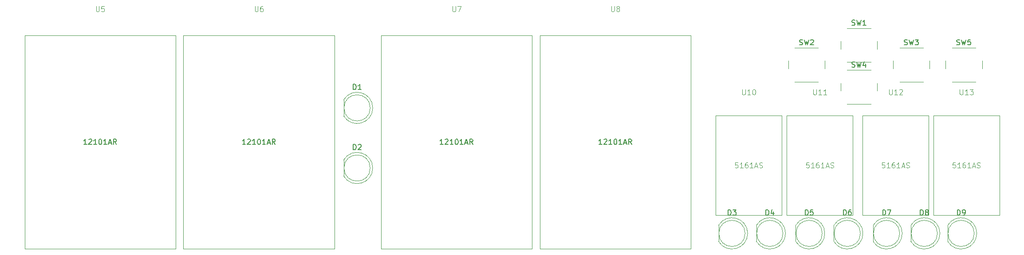
<source format=gbr>
%TF.GenerationSoftware,KiCad,Pcbnew,9.0.7*%
%TF.CreationDate,2026-01-05T14:29:03+01:00*%
%TF.ProjectId,display-Schematic,64697370-6c61-4792-9d53-6368656d6174,rev?*%
%TF.SameCoordinates,Original*%
%TF.FileFunction,Legend,Top*%
%TF.FilePolarity,Positive*%
%FSLAX46Y46*%
G04 Gerber Fmt 4.6, Leading zero omitted, Abs format (unit mm)*
G04 Created by KiCad (PCBNEW 9.0.7) date 2026-01-05 14:29:03*
%MOMM*%
%LPD*%
G01*
G04 APERTURE LIST*
%ADD10C,0.150000*%
%ADD11C,0.100000*%
%ADD12C,0.120000*%
G04 APERTURE END LIST*
D10*
X119991905Y-101994819D02*
X119991905Y-100994819D01*
X119991905Y-100994819D02*
X120230000Y-100994819D01*
X120230000Y-100994819D02*
X120372857Y-101042438D01*
X120372857Y-101042438D02*
X120468095Y-101137676D01*
X120468095Y-101137676D02*
X120515714Y-101232914D01*
X120515714Y-101232914D02*
X120563333Y-101423390D01*
X120563333Y-101423390D02*
X120563333Y-101566247D01*
X120563333Y-101566247D02*
X120515714Y-101756723D01*
X120515714Y-101756723D02*
X120468095Y-101851961D01*
X120468095Y-101851961D02*
X120372857Y-101947200D01*
X120372857Y-101947200D02*
X120230000Y-101994819D01*
X120230000Y-101994819D02*
X119991905Y-101994819D01*
X120944286Y-101090057D02*
X120991905Y-101042438D01*
X120991905Y-101042438D02*
X121087143Y-100994819D01*
X121087143Y-100994819D02*
X121325238Y-100994819D01*
X121325238Y-100994819D02*
X121420476Y-101042438D01*
X121420476Y-101042438D02*
X121468095Y-101090057D01*
X121468095Y-101090057D02*
X121515714Y-101185295D01*
X121515714Y-101185295D02*
X121515714Y-101280533D01*
X121515714Y-101280533D02*
X121468095Y-101423390D01*
X121468095Y-101423390D02*
X120896667Y-101994819D01*
X120896667Y-101994819D02*
X121515714Y-101994819D01*
D11*
X138938095Y-74582419D02*
X138938095Y-75391942D01*
X138938095Y-75391942D02*
X138985714Y-75487180D01*
X138985714Y-75487180D02*
X139033333Y-75534800D01*
X139033333Y-75534800D02*
X139128571Y-75582419D01*
X139128571Y-75582419D02*
X139319047Y-75582419D01*
X139319047Y-75582419D02*
X139414285Y-75534800D01*
X139414285Y-75534800D02*
X139461904Y-75487180D01*
X139461904Y-75487180D02*
X139509523Y-75391942D01*
X139509523Y-75391942D02*
X139509523Y-74582419D01*
X139890476Y-74582419D02*
X140557142Y-74582419D01*
X140557142Y-74582419D02*
X140128571Y-75582419D01*
D10*
X137152380Y-100979819D02*
X136580952Y-100979819D01*
X136866666Y-100979819D02*
X136866666Y-99979819D01*
X136866666Y-99979819D02*
X136771428Y-100122676D01*
X136771428Y-100122676D02*
X136676190Y-100217914D01*
X136676190Y-100217914D02*
X136580952Y-100265533D01*
X137533333Y-100075057D02*
X137580952Y-100027438D01*
X137580952Y-100027438D02*
X137676190Y-99979819D01*
X137676190Y-99979819D02*
X137914285Y-99979819D01*
X137914285Y-99979819D02*
X138009523Y-100027438D01*
X138009523Y-100027438D02*
X138057142Y-100075057D01*
X138057142Y-100075057D02*
X138104761Y-100170295D01*
X138104761Y-100170295D02*
X138104761Y-100265533D01*
X138104761Y-100265533D02*
X138057142Y-100408390D01*
X138057142Y-100408390D02*
X137485714Y-100979819D01*
X137485714Y-100979819D02*
X138104761Y-100979819D01*
X139057142Y-100979819D02*
X138485714Y-100979819D01*
X138771428Y-100979819D02*
X138771428Y-99979819D01*
X138771428Y-99979819D02*
X138676190Y-100122676D01*
X138676190Y-100122676D02*
X138580952Y-100217914D01*
X138580952Y-100217914D02*
X138485714Y-100265533D01*
X139676190Y-99979819D02*
X139771428Y-99979819D01*
X139771428Y-99979819D02*
X139866666Y-100027438D01*
X139866666Y-100027438D02*
X139914285Y-100075057D01*
X139914285Y-100075057D02*
X139961904Y-100170295D01*
X139961904Y-100170295D02*
X140009523Y-100360771D01*
X140009523Y-100360771D02*
X140009523Y-100598866D01*
X140009523Y-100598866D02*
X139961904Y-100789342D01*
X139961904Y-100789342D02*
X139914285Y-100884580D01*
X139914285Y-100884580D02*
X139866666Y-100932200D01*
X139866666Y-100932200D02*
X139771428Y-100979819D01*
X139771428Y-100979819D02*
X139676190Y-100979819D01*
X139676190Y-100979819D02*
X139580952Y-100932200D01*
X139580952Y-100932200D02*
X139533333Y-100884580D01*
X139533333Y-100884580D02*
X139485714Y-100789342D01*
X139485714Y-100789342D02*
X139438095Y-100598866D01*
X139438095Y-100598866D02*
X139438095Y-100360771D01*
X139438095Y-100360771D02*
X139485714Y-100170295D01*
X139485714Y-100170295D02*
X139533333Y-100075057D01*
X139533333Y-100075057D02*
X139580952Y-100027438D01*
X139580952Y-100027438D02*
X139676190Y-99979819D01*
X140961904Y-100979819D02*
X140390476Y-100979819D01*
X140676190Y-100979819D02*
X140676190Y-99979819D01*
X140676190Y-99979819D02*
X140580952Y-100122676D01*
X140580952Y-100122676D02*
X140485714Y-100217914D01*
X140485714Y-100217914D02*
X140390476Y-100265533D01*
X141342857Y-100694104D02*
X141819047Y-100694104D01*
X141247619Y-100979819D02*
X141580952Y-99979819D01*
X141580952Y-99979819D02*
X141914285Y-100979819D01*
X142819047Y-100979819D02*
X142485714Y-100503628D01*
X142247619Y-100979819D02*
X142247619Y-99979819D01*
X142247619Y-99979819D02*
X142628571Y-99979819D01*
X142628571Y-99979819D02*
X142723809Y-100027438D01*
X142723809Y-100027438D02*
X142771428Y-100075057D01*
X142771428Y-100075057D02*
X142819047Y-100170295D01*
X142819047Y-100170295D02*
X142819047Y-100313152D01*
X142819047Y-100313152D02*
X142771428Y-100408390D01*
X142771428Y-100408390D02*
X142723809Y-100456009D01*
X142723809Y-100456009D02*
X142628571Y-100503628D01*
X142628571Y-100503628D02*
X142247619Y-100503628D01*
X191531905Y-114494819D02*
X191531905Y-113494819D01*
X191531905Y-113494819D02*
X191770000Y-113494819D01*
X191770000Y-113494819D02*
X191912857Y-113542438D01*
X191912857Y-113542438D02*
X192008095Y-113637676D01*
X192008095Y-113637676D02*
X192055714Y-113732914D01*
X192055714Y-113732914D02*
X192103333Y-113923390D01*
X192103333Y-113923390D02*
X192103333Y-114066247D01*
X192103333Y-114066247D02*
X192055714Y-114256723D01*
X192055714Y-114256723D02*
X192008095Y-114351961D01*
X192008095Y-114351961D02*
X191912857Y-114447200D01*
X191912857Y-114447200D02*
X191770000Y-114494819D01*
X191770000Y-114494819D02*
X191531905Y-114494819D01*
X192436667Y-113494819D02*
X193055714Y-113494819D01*
X193055714Y-113494819D02*
X192722381Y-113875771D01*
X192722381Y-113875771D02*
X192865238Y-113875771D01*
X192865238Y-113875771D02*
X192960476Y-113923390D01*
X192960476Y-113923390D02*
X193008095Y-113971009D01*
X193008095Y-113971009D02*
X193055714Y-114066247D01*
X193055714Y-114066247D02*
X193055714Y-114304342D01*
X193055714Y-114304342D02*
X193008095Y-114399580D01*
X193008095Y-114399580D02*
X192960476Y-114447200D01*
X192960476Y-114447200D02*
X192865238Y-114494819D01*
X192865238Y-114494819D02*
X192579524Y-114494819D01*
X192579524Y-114494819D02*
X192484286Y-114447200D01*
X192484286Y-114447200D02*
X192436667Y-114399580D01*
D11*
X101228095Y-74582419D02*
X101228095Y-75391942D01*
X101228095Y-75391942D02*
X101275714Y-75487180D01*
X101275714Y-75487180D02*
X101323333Y-75534800D01*
X101323333Y-75534800D02*
X101418571Y-75582419D01*
X101418571Y-75582419D02*
X101609047Y-75582419D01*
X101609047Y-75582419D02*
X101704285Y-75534800D01*
X101704285Y-75534800D02*
X101751904Y-75487180D01*
X101751904Y-75487180D02*
X101799523Y-75391942D01*
X101799523Y-75391942D02*
X101799523Y-74582419D01*
X102704285Y-74582419D02*
X102513809Y-74582419D01*
X102513809Y-74582419D02*
X102418571Y-74630038D01*
X102418571Y-74630038D02*
X102370952Y-74677657D01*
X102370952Y-74677657D02*
X102275714Y-74820514D01*
X102275714Y-74820514D02*
X102228095Y-75010990D01*
X102228095Y-75010990D02*
X102228095Y-75391942D01*
X102228095Y-75391942D02*
X102275714Y-75487180D01*
X102275714Y-75487180D02*
X102323333Y-75534800D01*
X102323333Y-75534800D02*
X102418571Y-75582419D01*
X102418571Y-75582419D02*
X102609047Y-75582419D01*
X102609047Y-75582419D02*
X102704285Y-75534800D01*
X102704285Y-75534800D02*
X102751904Y-75487180D01*
X102751904Y-75487180D02*
X102799523Y-75391942D01*
X102799523Y-75391942D02*
X102799523Y-75153847D01*
X102799523Y-75153847D02*
X102751904Y-75058609D01*
X102751904Y-75058609D02*
X102704285Y-75010990D01*
X102704285Y-75010990D02*
X102609047Y-74963371D01*
X102609047Y-74963371D02*
X102418571Y-74963371D01*
X102418571Y-74963371D02*
X102323333Y-75010990D01*
X102323333Y-75010990D02*
X102275714Y-75058609D01*
X102275714Y-75058609D02*
X102228095Y-75153847D01*
D10*
X99442380Y-100979819D02*
X98870952Y-100979819D01*
X99156666Y-100979819D02*
X99156666Y-99979819D01*
X99156666Y-99979819D02*
X99061428Y-100122676D01*
X99061428Y-100122676D02*
X98966190Y-100217914D01*
X98966190Y-100217914D02*
X98870952Y-100265533D01*
X99823333Y-100075057D02*
X99870952Y-100027438D01*
X99870952Y-100027438D02*
X99966190Y-99979819D01*
X99966190Y-99979819D02*
X100204285Y-99979819D01*
X100204285Y-99979819D02*
X100299523Y-100027438D01*
X100299523Y-100027438D02*
X100347142Y-100075057D01*
X100347142Y-100075057D02*
X100394761Y-100170295D01*
X100394761Y-100170295D02*
X100394761Y-100265533D01*
X100394761Y-100265533D02*
X100347142Y-100408390D01*
X100347142Y-100408390D02*
X99775714Y-100979819D01*
X99775714Y-100979819D02*
X100394761Y-100979819D01*
X101347142Y-100979819D02*
X100775714Y-100979819D01*
X101061428Y-100979819D02*
X101061428Y-99979819D01*
X101061428Y-99979819D02*
X100966190Y-100122676D01*
X100966190Y-100122676D02*
X100870952Y-100217914D01*
X100870952Y-100217914D02*
X100775714Y-100265533D01*
X101966190Y-99979819D02*
X102061428Y-99979819D01*
X102061428Y-99979819D02*
X102156666Y-100027438D01*
X102156666Y-100027438D02*
X102204285Y-100075057D01*
X102204285Y-100075057D02*
X102251904Y-100170295D01*
X102251904Y-100170295D02*
X102299523Y-100360771D01*
X102299523Y-100360771D02*
X102299523Y-100598866D01*
X102299523Y-100598866D02*
X102251904Y-100789342D01*
X102251904Y-100789342D02*
X102204285Y-100884580D01*
X102204285Y-100884580D02*
X102156666Y-100932200D01*
X102156666Y-100932200D02*
X102061428Y-100979819D01*
X102061428Y-100979819D02*
X101966190Y-100979819D01*
X101966190Y-100979819D02*
X101870952Y-100932200D01*
X101870952Y-100932200D02*
X101823333Y-100884580D01*
X101823333Y-100884580D02*
X101775714Y-100789342D01*
X101775714Y-100789342D02*
X101728095Y-100598866D01*
X101728095Y-100598866D02*
X101728095Y-100360771D01*
X101728095Y-100360771D02*
X101775714Y-100170295D01*
X101775714Y-100170295D02*
X101823333Y-100075057D01*
X101823333Y-100075057D02*
X101870952Y-100027438D01*
X101870952Y-100027438D02*
X101966190Y-99979819D01*
X103251904Y-100979819D02*
X102680476Y-100979819D01*
X102966190Y-100979819D02*
X102966190Y-99979819D01*
X102966190Y-99979819D02*
X102870952Y-100122676D01*
X102870952Y-100122676D02*
X102775714Y-100217914D01*
X102775714Y-100217914D02*
X102680476Y-100265533D01*
X103632857Y-100694104D02*
X104109047Y-100694104D01*
X103537619Y-100979819D02*
X103870952Y-99979819D01*
X103870952Y-99979819D02*
X104204285Y-100979819D01*
X105109047Y-100979819D02*
X104775714Y-100503628D01*
X104537619Y-100979819D02*
X104537619Y-99979819D01*
X104537619Y-99979819D02*
X104918571Y-99979819D01*
X104918571Y-99979819D02*
X105013809Y-100027438D01*
X105013809Y-100027438D02*
X105061428Y-100075057D01*
X105061428Y-100075057D02*
X105109047Y-100170295D01*
X105109047Y-100170295D02*
X105109047Y-100313152D01*
X105109047Y-100313152D02*
X105061428Y-100408390D01*
X105061428Y-100408390D02*
X105013809Y-100456009D01*
X105013809Y-100456009D02*
X104918571Y-100503628D01*
X104918571Y-100503628D02*
X104537619Y-100503628D01*
X205166667Y-81907200D02*
X205309524Y-81954819D01*
X205309524Y-81954819D02*
X205547619Y-81954819D01*
X205547619Y-81954819D02*
X205642857Y-81907200D01*
X205642857Y-81907200D02*
X205690476Y-81859580D01*
X205690476Y-81859580D02*
X205738095Y-81764342D01*
X205738095Y-81764342D02*
X205738095Y-81669104D01*
X205738095Y-81669104D02*
X205690476Y-81573866D01*
X205690476Y-81573866D02*
X205642857Y-81526247D01*
X205642857Y-81526247D02*
X205547619Y-81478628D01*
X205547619Y-81478628D02*
X205357143Y-81431009D01*
X205357143Y-81431009D02*
X205261905Y-81383390D01*
X205261905Y-81383390D02*
X205214286Y-81335771D01*
X205214286Y-81335771D02*
X205166667Y-81240533D01*
X205166667Y-81240533D02*
X205166667Y-81145295D01*
X205166667Y-81145295D02*
X205214286Y-81050057D01*
X205214286Y-81050057D02*
X205261905Y-81002438D01*
X205261905Y-81002438D02*
X205357143Y-80954819D01*
X205357143Y-80954819D02*
X205595238Y-80954819D01*
X205595238Y-80954819D02*
X205738095Y-81002438D01*
X206071429Y-80954819D02*
X206309524Y-81954819D01*
X206309524Y-81954819D02*
X206500000Y-81240533D01*
X206500000Y-81240533D02*
X206690476Y-81954819D01*
X206690476Y-81954819D02*
X206928572Y-80954819D01*
X207261905Y-81050057D02*
X207309524Y-81002438D01*
X207309524Y-81002438D02*
X207404762Y-80954819D01*
X207404762Y-80954819D02*
X207642857Y-80954819D01*
X207642857Y-80954819D02*
X207738095Y-81002438D01*
X207738095Y-81002438D02*
X207785714Y-81050057D01*
X207785714Y-81050057D02*
X207833333Y-81145295D01*
X207833333Y-81145295D02*
X207833333Y-81240533D01*
X207833333Y-81240533D02*
X207785714Y-81383390D01*
X207785714Y-81383390D02*
X207214286Y-81954819D01*
X207214286Y-81954819D02*
X207833333Y-81954819D01*
X213531905Y-114494819D02*
X213531905Y-113494819D01*
X213531905Y-113494819D02*
X213770000Y-113494819D01*
X213770000Y-113494819D02*
X213912857Y-113542438D01*
X213912857Y-113542438D02*
X214008095Y-113637676D01*
X214008095Y-113637676D02*
X214055714Y-113732914D01*
X214055714Y-113732914D02*
X214103333Y-113923390D01*
X214103333Y-113923390D02*
X214103333Y-114066247D01*
X214103333Y-114066247D02*
X214055714Y-114256723D01*
X214055714Y-114256723D02*
X214008095Y-114351961D01*
X214008095Y-114351961D02*
X213912857Y-114447200D01*
X213912857Y-114447200D02*
X213770000Y-114494819D01*
X213770000Y-114494819D02*
X213531905Y-114494819D01*
X214960476Y-113494819D02*
X214770000Y-113494819D01*
X214770000Y-113494819D02*
X214674762Y-113542438D01*
X214674762Y-113542438D02*
X214627143Y-113590057D01*
X214627143Y-113590057D02*
X214531905Y-113732914D01*
X214531905Y-113732914D02*
X214484286Y-113923390D01*
X214484286Y-113923390D02*
X214484286Y-114304342D01*
X214484286Y-114304342D02*
X214531905Y-114399580D01*
X214531905Y-114399580D02*
X214579524Y-114447200D01*
X214579524Y-114447200D02*
X214674762Y-114494819D01*
X214674762Y-114494819D02*
X214865238Y-114494819D01*
X214865238Y-114494819D02*
X214960476Y-114447200D01*
X214960476Y-114447200D02*
X215008095Y-114399580D01*
X215008095Y-114399580D02*
X215055714Y-114304342D01*
X215055714Y-114304342D02*
X215055714Y-114066247D01*
X215055714Y-114066247D02*
X215008095Y-113971009D01*
X215008095Y-113971009D02*
X214960476Y-113923390D01*
X214960476Y-113923390D02*
X214865238Y-113875771D01*
X214865238Y-113875771D02*
X214674762Y-113875771D01*
X214674762Y-113875771D02*
X214579524Y-113923390D01*
X214579524Y-113923390D02*
X214531905Y-113971009D01*
X214531905Y-113971009D02*
X214484286Y-114066247D01*
D11*
X169238095Y-74582419D02*
X169238095Y-75391942D01*
X169238095Y-75391942D02*
X169285714Y-75487180D01*
X169285714Y-75487180D02*
X169333333Y-75534800D01*
X169333333Y-75534800D02*
X169428571Y-75582419D01*
X169428571Y-75582419D02*
X169619047Y-75582419D01*
X169619047Y-75582419D02*
X169714285Y-75534800D01*
X169714285Y-75534800D02*
X169761904Y-75487180D01*
X169761904Y-75487180D02*
X169809523Y-75391942D01*
X169809523Y-75391942D02*
X169809523Y-74582419D01*
X170428571Y-75010990D02*
X170333333Y-74963371D01*
X170333333Y-74963371D02*
X170285714Y-74915752D01*
X170285714Y-74915752D02*
X170238095Y-74820514D01*
X170238095Y-74820514D02*
X170238095Y-74772895D01*
X170238095Y-74772895D02*
X170285714Y-74677657D01*
X170285714Y-74677657D02*
X170333333Y-74630038D01*
X170333333Y-74630038D02*
X170428571Y-74582419D01*
X170428571Y-74582419D02*
X170619047Y-74582419D01*
X170619047Y-74582419D02*
X170714285Y-74630038D01*
X170714285Y-74630038D02*
X170761904Y-74677657D01*
X170761904Y-74677657D02*
X170809523Y-74772895D01*
X170809523Y-74772895D02*
X170809523Y-74820514D01*
X170809523Y-74820514D02*
X170761904Y-74915752D01*
X170761904Y-74915752D02*
X170714285Y-74963371D01*
X170714285Y-74963371D02*
X170619047Y-75010990D01*
X170619047Y-75010990D02*
X170428571Y-75010990D01*
X170428571Y-75010990D02*
X170333333Y-75058609D01*
X170333333Y-75058609D02*
X170285714Y-75106228D01*
X170285714Y-75106228D02*
X170238095Y-75201466D01*
X170238095Y-75201466D02*
X170238095Y-75391942D01*
X170238095Y-75391942D02*
X170285714Y-75487180D01*
X170285714Y-75487180D02*
X170333333Y-75534800D01*
X170333333Y-75534800D02*
X170428571Y-75582419D01*
X170428571Y-75582419D02*
X170619047Y-75582419D01*
X170619047Y-75582419D02*
X170714285Y-75534800D01*
X170714285Y-75534800D02*
X170761904Y-75487180D01*
X170761904Y-75487180D02*
X170809523Y-75391942D01*
X170809523Y-75391942D02*
X170809523Y-75201466D01*
X170809523Y-75201466D02*
X170761904Y-75106228D01*
X170761904Y-75106228D02*
X170714285Y-75058609D01*
X170714285Y-75058609D02*
X170619047Y-75010990D01*
D10*
X167452380Y-100979819D02*
X166880952Y-100979819D01*
X167166666Y-100979819D02*
X167166666Y-99979819D01*
X167166666Y-99979819D02*
X167071428Y-100122676D01*
X167071428Y-100122676D02*
X166976190Y-100217914D01*
X166976190Y-100217914D02*
X166880952Y-100265533D01*
X167833333Y-100075057D02*
X167880952Y-100027438D01*
X167880952Y-100027438D02*
X167976190Y-99979819D01*
X167976190Y-99979819D02*
X168214285Y-99979819D01*
X168214285Y-99979819D02*
X168309523Y-100027438D01*
X168309523Y-100027438D02*
X168357142Y-100075057D01*
X168357142Y-100075057D02*
X168404761Y-100170295D01*
X168404761Y-100170295D02*
X168404761Y-100265533D01*
X168404761Y-100265533D02*
X168357142Y-100408390D01*
X168357142Y-100408390D02*
X167785714Y-100979819D01*
X167785714Y-100979819D02*
X168404761Y-100979819D01*
X169357142Y-100979819D02*
X168785714Y-100979819D01*
X169071428Y-100979819D02*
X169071428Y-99979819D01*
X169071428Y-99979819D02*
X168976190Y-100122676D01*
X168976190Y-100122676D02*
X168880952Y-100217914D01*
X168880952Y-100217914D02*
X168785714Y-100265533D01*
X169976190Y-99979819D02*
X170071428Y-99979819D01*
X170071428Y-99979819D02*
X170166666Y-100027438D01*
X170166666Y-100027438D02*
X170214285Y-100075057D01*
X170214285Y-100075057D02*
X170261904Y-100170295D01*
X170261904Y-100170295D02*
X170309523Y-100360771D01*
X170309523Y-100360771D02*
X170309523Y-100598866D01*
X170309523Y-100598866D02*
X170261904Y-100789342D01*
X170261904Y-100789342D02*
X170214285Y-100884580D01*
X170214285Y-100884580D02*
X170166666Y-100932200D01*
X170166666Y-100932200D02*
X170071428Y-100979819D01*
X170071428Y-100979819D02*
X169976190Y-100979819D01*
X169976190Y-100979819D02*
X169880952Y-100932200D01*
X169880952Y-100932200D02*
X169833333Y-100884580D01*
X169833333Y-100884580D02*
X169785714Y-100789342D01*
X169785714Y-100789342D02*
X169738095Y-100598866D01*
X169738095Y-100598866D02*
X169738095Y-100360771D01*
X169738095Y-100360771D02*
X169785714Y-100170295D01*
X169785714Y-100170295D02*
X169833333Y-100075057D01*
X169833333Y-100075057D02*
X169880952Y-100027438D01*
X169880952Y-100027438D02*
X169976190Y-99979819D01*
X171261904Y-100979819D02*
X170690476Y-100979819D01*
X170976190Y-100979819D02*
X170976190Y-99979819D01*
X170976190Y-99979819D02*
X170880952Y-100122676D01*
X170880952Y-100122676D02*
X170785714Y-100217914D01*
X170785714Y-100217914D02*
X170690476Y-100265533D01*
X171642857Y-100694104D02*
X172119047Y-100694104D01*
X171547619Y-100979819D02*
X171880952Y-99979819D01*
X171880952Y-99979819D02*
X172214285Y-100979819D01*
X173119047Y-100979819D02*
X172785714Y-100503628D01*
X172547619Y-100979819D02*
X172547619Y-99979819D01*
X172547619Y-99979819D02*
X172928571Y-99979819D01*
X172928571Y-99979819D02*
X173023809Y-100027438D01*
X173023809Y-100027438D02*
X173071428Y-100075057D01*
X173071428Y-100075057D02*
X173119047Y-100170295D01*
X173119047Y-100170295D02*
X173119047Y-100313152D01*
X173119047Y-100313152D02*
X173071428Y-100408390D01*
X173071428Y-100408390D02*
X173023809Y-100456009D01*
X173023809Y-100456009D02*
X172928571Y-100503628D01*
X172928571Y-100503628D02*
X172547619Y-100503628D01*
X215166667Y-78157200D02*
X215309524Y-78204819D01*
X215309524Y-78204819D02*
X215547619Y-78204819D01*
X215547619Y-78204819D02*
X215642857Y-78157200D01*
X215642857Y-78157200D02*
X215690476Y-78109580D01*
X215690476Y-78109580D02*
X215738095Y-78014342D01*
X215738095Y-78014342D02*
X215738095Y-77919104D01*
X215738095Y-77919104D02*
X215690476Y-77823866D01*
X215690476Y-77823866D02*
X215642857Y-77776247D01*
X215642857Y-77776247D02*
X215547619Y-77728628D01*
X215547619Y-77728628D02*
X215357143Y-77681009D01*
X215357143Y-77681009D02*
X215261905Y-77633390D01*
X215261905Y-77633390D02*
X215214286Y-77585771D01*
X215214286Y-77585771D02*
X215166667Y-77490533D01*
X215166667Y-77490533D02*
X215166667Y-77395295D01*
X215166667Y-77395295D02*
X215214286Y-77300057D01*
X215214286Y-77300057D02*
X215261905Y-77252438D01*
X215261905Y-77252438D02*
X215357143Y-77204819D01*
X215357143Y-77204819D02*
X215595238Y-77204819D01*
X215595238Y-77204819D02*
X215738095Y-77252438D01*
X216071429Y-77204819D02*
X216309524Y-78204819D01*
X216309524Y-78204819D02*
X216500000Y-77490533D01*
X216500000Y-77490533D02*
X216690476Y-78204819D01*
X216690476Y-78204819D02*
X216928572Y-77204819D01*
X217833333Y-78204819D02*
X217261905Y-78204819D01*
X217547619Y-78204819D02*
X217547619Y-77204819D01*
X217547619Y-77204819D02*
X217452381Y-77347676D01*
X217452381Y-77347676D02*
X217357143Y-77442914D01*
X217357143Y-77442914D02*
X217261905Y-77490533D01*
D11*
X70928095Y-74582419D02*
X70928095Y-75391942D01*
X70928095Y-75391942D02*
X70975714Y-75487180D01*
X70975714Y-75487180D02*
X71023333Y-75534800D01*
X71023333Y-75534800D02*
X71118571Y-75582419D01*
X71118571Y-75582419D02*
X71309047Y-75582419D01*
X71309047Y-75582419D02*
X71404285Y-75534800D01*
X71404285Y-75534800D02*
X71451904Y-75487180D01*
X71451904Y-75487180D02*
X71499523Y-75391942D01*
X71499523Y-75391942D02*
X71499523Y-74582419D01*
X72451904Y-74582419D02*
X71975714Y-74582419D01*
X71975714Y-74582419D02*
X71928095Y-75058609D01*
X71928095Y-75058609D02*
X71975714Y-75010990D01*
X71975714Y-75010990D02*
X72070952Y-74963371D01*
X72070952Y-74963371D02*
X72309047Y-74963371D01*
X72309047Y-74963371D02*
X72404285Y-75010990D01*
X72404285Y-75010990D02*
X72451904Y-75058609D01*
X72451904Y-75058609D02*
X72499523Y-75153847D01*
X72499523Y-75153847D02*
X72499523Y-75391942D01*
X72499523Y-75391942D02*
X72451904Y-75487180D01*
X72451904Y-75487180D02*
X72404285Y-75534800D01*
X72404285Y-75534800D02*
X72309047Y-75582419D01*
X72309047Y-75582419D02*
X72070952Y-75582419D01*
X72070952Y-75582419D02*
X71975714Y-75534800D01*
X71975714Y-75534800D02*
X71928095Y-75487180D01*
D10*
X69142380Y-100979819D02*
X68570952Y-100979819D01*
X68856666Y-100979819D02*
X68856666Y-99979819D01*
X68856666Y-99979819D02*
X68761428Y-100122676D01*
X68761428Y-100122676D02*
X68666190Y-100217914D01*
X68666190Y-100217914D02*
X68570952Y-100265533D01*
X69523333Y-100075057D02*
X69570952Y-100027438D01*
X69570952Y-100027438D02*
X69666190Y-99979819D01*
X69666190Y-99979819D02*
X69904285Y-99979819D01*
X69904285Y-99979819D02*
X69999523Y-100027438D01*
X69999523Y-100027438D02*
X70047142Y-100075057D01*
X70047142Y-100075057D02*
X70094761Y-100170295D01*
X70094761Y-100170295D02*
X70094761Y-100265533D01*
X70094761Y-100265533D02*
X70047142Y-100408390D01*
X70047142Y-100408390D02*
X69475714Y-100979819D01*
X69475714Y-100979819D02*
X70094761Y-100979819D01*
X71047142Y-100979819D02*
X70475714Y-100979819D01*
X70761428Y-100979819D02*
X70761428Y-99979819D01*
X70761428Y-99979819D02*
X70666190Y-100122676D01*
X70666190Y-100122676D02*
X70570952Y-100217914D01*
X70570952Y-100217914D02*
X70475714Y-100265533D01*
X71666190Y-99979819D02*
X71761428Y-99979819D01*
X71761428Y-99979819D02*
X71856666Y-100027438D01*
X71856666Y-100027438D02*
X71904285Y-100075057D01*
X71904285Y-100075057D02*
X71951904Y-100170295D01*
X71951904Y-100170295D02*
X71999523Y-100360771D01*
X71999523Y-100360771D02*
X71999523Y-100598866D01*
X71999523Y-100598866D02*
X71951904Y-100789342D01*
X71951904Y-100789342D02*
X71904285Y-100884580D01*
X71904285Y-100884580D02*
X71856666Y-100932200D01*
X71856666Y-100932200D02*
X71761428Y-100979819D01*
X71761428Y-100979819D02*
X71666190Y-100979819D01*
X71666190Y-100979819D02*
X71570952Y-100932200D01*
X71570952Y-100932200D02*
X71523333Y-100884580D01*
X71523333Y-100884580D02*
X71475714Y-100789342D01*
X71475714Y-100789342D02*
X71428095Y-100598866D01*
X71428095Y-100598866D02*
X71428095Y-100360771D01*
X71428095Y-100360771D02*
X71475714Y-100170295D01*
X71475714Y-100170295D02*
X71523333Y-100075057D01*
X71523333Y-100075057D02*
X71570952Y-100027438D01*
X71570952Y-100027438D02*
X71666190Y-99979819D01*
X72951904Y-100979819D02*
X72380476Y-100979819D01*
X72666190Y-100979819D02*
X72666190Y-99979819D01*
X72666190Y-99979819D02*
X72570952Y-100122676D01*
X72570952Y-100122676D02*
X72475714Y-100217914D01*
X72475714Y-100217914D02*
X72380476Y-100265533D01*
X73332857Y-100694104D02*
X73809047Y-100694104D01*
X73237619Y-100979819D02*
X73570952Y-99979819D01*
X73570952Y-99979819D02*
X73904285Y-100979819D01*
X74809047Y-100979819D02*
X74475714Y-100503628D01*
X74237619Y-100979819D02*
X74237619Y-99979819D01*
X74237619Y-99979819D02*
X74618571Y-99979819D01*
X74618571Y-99979819D02*
X74713809Y-100027438D01*
X74713809Y-100027438D02*
X74761428Y-100075057D01*
X74761428Y-100075057D02*
X74809047Y-100170295D01*
X74809047Y-100170295D02*
X74809047Y-100313152D01*
X74809047Y-100313152D02*
X74761428Y-100408390D01*
X74761428Y-100408390D02*
X74713809Y-100456009D01*
X74713809Y-100456009D02*
X74618571Y-100503628D01*
X74618571Y-100503628D02*
X74237619Y-100503628D01*
X225166667Y-81907200D02*
X225309524Y-81954819D01*
X225309524Y-81954819D02*
X225547619Y-81954819D01*
X225547619Y-81954819D02*
X225642857Y-81907200D01*
X225642857Y-81907200D02*
X225690476Y-81859580D01*
X225690476Y-81859580D02*
X225738095Y-81764342D01*
X225738095Y-81764342D02*
X225738095Y-81669104D01*
X225738095Y-81669104D02*
X225690476Y-81573866D01*
X225690476Y-81573866D02*
X225642857Y-81526247D01*
X225642857Y-81526247D02*
X225547619Y-81478628D01*
X225547619Y-81478628D02*
X225357143Y-81431009D01*
X225357143Y-81431009D02*
X225261905Y-81383390D01*
X225261905Y-81383390D02*
X225214286Y-81335771D01*
X225214286Y-81335771D02*
X225166667Y-81240533D01*
X225166667Y-81240533D02*
X225166667Y-81145295D01*
X225166667Y-81145295D02*
X225214286Y-81050057D01*
X225214286Y-81050057D02*
X225261905Y-81002438D01*
X225261905Y-81002438D02*
X225357143Y-80954819D01*
X225357143Y-80954819D02*
X225595238Y-80954819D01*
X225595238Y-80954819D02*
X225738095Y-81002438D01*
X226071429Y-80954819D02*
X226309524Y-81954819D01*
X226309524Y-81954819D02*
X226500000Y-81240533D01*
X226500000Y-81240533D02*
X226690476Y-81954819D01*
X226690476Y-81954819D02*
X226928572Y-80954819D01*
X227214286Y-80954819D02*
X227833333Y-80954819D01*
X227833333Y-80954819D02*
X227500000Y-81335771D01*
X227500000Y-81335771D02*
X227642857Y-81335771D01*
X227642857Y-81335771D02*
X227738095Y-81383390D01*
X227738095Y-81383390D02*
X227785714Y-81431009D01*
X227785714Y-81431009D02*
X227833333Y-81526247D01*
X227833333Y-81526247D02*
X227833333Y-81764342D01*
X227833333Y-81764342D02*
X227785714Y-81859580D01*
X227785714Y-81859580D02*
X227738095Y-81907200D01*
X227738095Y-81907200D02*
X227642857Y-81954819D01*
X227642857Y-81954819D02*
X227357143Y-81954819D01*
X227357143Y-81954819D02*
X227261905Y-81907200D01*
X227261905Y-81907200D02*
X227214286Y-81859580D01*
X206256905Y-114494819D02*
X206256905Y-113494819D01*
X206256905Y-113494819D02*
X206495000Y-113494819D01*
X206495000Y-113494819D02*
X206637857Y-113542438D01*
X206637857Y-113542438D02*
X206733095Y-113637676D01*
X206733095Y-113637676D02*
X206780714Y-113732914D01*
X206780714Y-113732914D02*
X206828333Y-113923390D01*
X206828333Y-113923390D02*
X206828333Y-114066247D01*
X206828333Y-114066247D02*
X206780714Y-114256723D01*
X206780714Y-114256723D02*
X206733095Y-114351961D01*
X206733095Y-114351961D02*
X206637857Y-114447200D01*
X206637857Y-114447200D02*
X206495000Y-114494819D01*
X206495000Y-114494819D02*
X206256905Y-114494819D01*
X207733095Y-113494819D02*
X207256905Y-113494819D01*
X207256905Y-113494819D02*
X207209286Y-113971009D01*
X207209286Y-113971009D02*
X207256905Y-113923390D01*
X207256905Y-113923390D02*
X207352143Y-113875771D01*
X207352143Y-113875771D02*
X207590238Y-113875771D01*
X207590238Y-113875771D02*
X207685476Y-113923390D01*
X207685476Y-113923390D02*
X207733095Y-113971009D01*
X207733095Y-113971009D02*
X207780714Y-114066247D01*
X207780714Y-114066247D02*
X207780714Y-114304342D01*
X207780714Y-114304342D02*
X207733095Y-114399580D01*
X207733095Y-114399580D02*
X207685476Y-114447200D01*
X207685476Y-114447200D02*
X207590238Y-114494819D01*
X207590238Y-114494819D02*
X207352143Y-114494819D01*
X207352143Y-114494819D02*
X207256905Y-114447200D01*
X207256905Y-114447200D02*
X207209286Y-114399580D01*
D11*
X207801905Y-90457419D02*
X207801905Y-91266942D01*
X207801905Y-91266942D02*
X207849524Y-91362180D01*
X207849524Y-91362180D02*
X207897143Y-91409800D01*
X207897143Y-91409800D02*
X207992381Y-91457419D01*
X207992381Y-91457419D02*
X208182857Y-91457419D01*
X208182857Y-91457419D02*
X208278095Y-91409800D01*
X208278095Y-91409800D02*
X208325714Y-91362180D01*
X208325714Y-91362180D02*
X208373333Y-91266942D01*
X208373333Y-91266942D02*
X208373333Y-90457419D01*
X209373333Y-91457419D02*
X208801905Y-91457419D01*
X209087619Y-91457419D02*
X209087619Y-90457419D01*
X209087619Y-90457419D02*
X208992381Y-90600276D01*
X208992381Y-90600276D02*
X208897143Y-90695514D01*
X208897143Y-90695514D02*
X208801905Y-90743133D01*
X210325714Y-91457419D02*
X209754286Y-91457419D01*
X210040000Y-91457419D02*
X210040000Y-90457419D01*
X210040000Y-90457419D02*
X209944762Y-90600276D01*
X209944762Y-90600276D02*
X209849524Y-90695514D01*
X209849524Y-90695514D02*
X209754286Y-90743133D01*
X206944761Y-104457419D02*
X206468571Y-104457419D01*
X206468571Y-104457419D02*
X206420952Y-104933609D01*
X206420952Y-104933609D02*
X206468571Y-104885990D01*
X206468571Y-104885990D02*
X206563809Y-104838371D01*
X206563809Y-104838371D02*
X206801904Y-104838371D01*
X206801904Y-104838371D02*
X206897142Y-104885990D01*
X206897142Y-104885990D02*
X206944761Y-104933609D01*
X206944761Y-104933609D02*
X206992380Y-105028847D01*
X206992380Y-105028847D02*
X206992380Y-105266942D01*
X206992380Y-105266942D02*
X206944761Y-105362180D01*
X206944761Y-105362180D02*
X206897142Y-105409800D01*
X206897142Y-105409800D02*
X206801904Y-105457419D01*
X206801904Y-105457419D02*
X206563809Y-105457419D01*
X206563809Y-105457419D02*
X206468571Y-105409800D01*
X206468571Y-105409800D02*
X206420952Y-105362180D01*
X207944761Y-105457419D02*
X207373333Y-105457419D01*
X207659047Y-105457419D02*
X207659047Y-104457419D01*
X207659047Y-104457419D02*
X207563809Y-104600276D01*
X207563809Y-104600276D02*
X207468571Y-104695514D01*
X207468571Y-104695514D02*
X207373333Y-104743133D01*
X208801904Y-104457419D02*
X208611428Y-104457419D01*
X208611428Y-104457419D02*
X208516190Y-104505038D01*
X208516190Y-104505038D02*
X208468571Y-104552657D01*
X208468571Y-104552657D02*
X208373333Y-104695514D01*
X208373333Y-104695514D02*
X208325714Y-104885990D01*
X208325714Y-104885990D02*
X208325714Y-105266942D01*
X208325714Y-105266942D02*
X208373333Y-105362180D01*
X208373333Y-105362180D02*
X208420952Y-105409800D01*
X208420952Y-105409800D02*
X208516190Y-105457419D01*
X208516190Y-105457419D02*
X208706666Y-105457419D01*
X208706666Y-105457419D02*
X208801904Y-105409800D01*
X208801904Y-105409800D02*
X208849523Y-105362180D01*
X208849523Y-105362180D02*
X208897142Y-105266942D01*
X208897142Y-105266942D02*
X208897142Y-105028847D01*
X208897142Y-105028847D02*
X208849523Y-104933609D01*
X208849523Y-104933609D02*
X208801904Y-104885990D01*
X208801904Y-104885990D02*
X208706666Y-104838371D01*
X208706666Y-104838371D02*
X208516190Y-104838371D01*
X208516190Y-104838371D02*
X208420952Y-104885990D01*
X208420952Y-104885990D02*
X208373333Y-104933609D01*
X208373333Y-104933609D02*
X208325714Y-105028847D01*
X209849523Y-105457419D02*
X209278095Y-105457419D01*
X209563809Y-105457419D02*
X209563809Y-104457419D01*
X209563809Y-104457419D02*
X209468571Y-104600276D01*
X209468571Y-104600276D02*
X209373333Y-104695514D01*
X209373333Y-104695514D02*
X209278095Y-104743133D01*
X210230476Y-105171704D02*
X210706666Y-105171704D01*
X210135238Y-105457419D02*
X210468571Y-104457419D01*
X210468571Y-104457419D02*
X210801904Y-105457419D01*
X211087619Y-105409800D02*
X211230476Y-105457419D01*
X211230476Y-105457419D02*
X211468571Y-105457419D01*
X211468571Y-105457419D02*
X211563809Y-105409800D01*
X211563809Y-105409800D02*
X211611428Y-105362180D01*
X211611428Y-105362180D02*
X211659047Y-105266942D01*
X211659047Y-105266942D02*
X211659047Y-105171704D01*
X211659047Y-105171704D02*
X211611428Y-105076466D01*
X211611428Y-105076466D02*
X211563809Y-105028847D01*
X211563809Y-105028847D02*
X211468571Y-104981228D01*
X211468571Y-104981228D02*
X211278095Y-104933609D01*
X211278095Y-104933609D02*
X211182857Y-104885990D01*
X211182857Y-104885990D02*
X211135238Y-104838371D01*
X211135238Y-104838371D02*
X211087619Y-104743133D01*
X211087619Y-104743133D02*
X211087619Y-104647895D01*
X211087619Y-104647895D02*
X211135238Y-104552657D01*
X211135238Y-104552657D02*
X211182857Y-104505038D01*
X211182857Y-104505038D02*
X211278095Y-104457419D01*
X211278095Y-104457419D02*
X211516190Y-104457419D01*
X211516190Y-104457419D02*
X211659047Y-104505038D01*
D10*
X215166667Y-86157200D02*
X215309524Y-86204819D01*
X215309524Y-86204819D02*
X215547619Y-86204819D01*
X215547619Y-86204819D02*
X215642857Y-86157200D01*
X215642857Y-86157200D02*
X215690476Y-86109580D01*
X215690476Y-86109580D02*
X215738095Y-86014342D01*
X215738095Y-86014342D02*
X215738095Y-85919104D01*
X215738095Y-85919104D02*
X215690476Y-85823866D01*
X215690476Y-85823866D02*
X215642857Y-85776247D01*
X215642857Y-85776247D02*
X215547619Y-85728628D01*
X215547619Y-85728628D02*
X215357143Y-85681009D01*
X215357143Y-85681009D02*
X215261905Y-85633390D01*
X215261905Y-85633390D02*
X215214286Y-85585771D01*
X215214286Y-85585771D02*
X215166667Y-85490533D01*
X215166667Y-85490533D02*
X215166667Y-85395295D01*
X215166667Y-85395295D02*
X215214286Y-85300057D01*
X215214286Y-85300057D02*
X215261905Y-85252438D01*
X215261905Y-85252438D02*
X215357143Y-85204819D01*
X215357143Y-85204819D02*
X215595238Y-85204819D01*
X215595238Y-85204819D02*
X215738095Y-85252438D01*
X216071429Y-85204819D02*
X216309524Y-86204819D01*
X216309524Y-86204819D02*
X216500000Y-85490533D01*
X216500000Y-85490533D02*
X216690476Y-86204819D01*
X216690476Y-86204819D02*
X216928572Y-85204819D01*
X217738095Y-85538152D02*
X217738095Y-86204819D01*
X217500000Y-85157200D02*
X217261905Y-85871485D01*
X217261905Y-85871485D02*
X217880952Y-85871485D01*
D11*
X235761905Y-90457419D02*
X235761905Y-91266942D01*
X235761905Y-91266942D02*
X235809524Y-91362180D01*
X235809524Y-91362180D02*
X235857143Y-91409800D01*
X235857143Y-91409800D02*
X235952381Y-91457419D01*
X235952381Y-91457419D02*
X236142857Y-91457419D01*
X236142857Y-91457419D02*
X236238095Y-91409800D01*
X236238095Y-91409800D02*
X236285714Y-91362180D01*
X236285714Y-91362180D02*
X236333333Y-91266942D01*
X236333333Y-91266942D02*
X236333333Y-90457419D01*
X237333333Y-91457419D02*
X236761905Y-91457419D01*
X237047619Y-91457419D02*
X237047619Y-90457419D01*
X237047619Y-90457419D02*
X236952381Y-90600276D01*
X236952381Y-90600276D02*
X236857143Y-90695514D01*
X236857143Y-90695514D02*
X236761905Y-90743133D01*
X237666667Y-90457419D02*
X238285714Y-90457419D01*
X238285714Y-90457419D02*
X237952381Y-90838371D01*
X237952381Y-90838371D02*
X238095238Y-90838371D01*
X238095238Y-90838371D02*
X238190476Y-90885990D01*
X238190476Y-90885990D02*
X238238095Y-90933609D01*
X238238095Y-90933609D02*
X238285714Y-91028847D01*
X238285714Y-91028847D02*
X238285714Y-91266942D01*
X238285714Y-91266942D02*
X238238095Y-91362180D01*
X238238095Y-91362180D02*
X238190476Y-91409800D01*
X238190476Y-91409800D02*
X238095238Y-91457419D01*
X238095238Y-91457419D02*
X237809524Y-91457419D01*
X237809524Y-91457419D02*
X237714286Y-91409800D01*
X237714286Y-91409800D02*
X237666667Y-91362180D01*
X234904761Y-104457419D02*
X234428571Y-104457419D01*
X234428571Y-104457419D02*
X234380952Y-104933609D01*
X234380952Y-104933609D02*
X234428571Y-104885990D01*
X234428571Y-104885990D02*
X234523809Y-104838371D01*
X234523809Y-104838371D02*
X234761904Y-104838371D01*
X234761904Y-104838371D02*
X234857142Y-104885990D01*
X234857142Y-104885990D02*
X234904761Y-104933609D01*
X234904761Y-104933609D02*
X234952380Y-105028847D01*
X234952380Y-105028847D02*
X234952380Y-105266942D01*
X234952380Y-105266942D02*
X234904761Y-105362180D01*
X234904761Y-105362180D02*
X234857142Y-105409800D01*
X234857142Y-105409800D02*
X234761904Y-105457419D01*
X234761904Y-105457419D02*
X234523809Y-105457419D01*
X234523809Y-105457419D02*
X234428571Y-105409800D01*
X234428571Y-105409800D02*
X234380952Y-105362180D01*
X235904761Y-105457419D02*
X235333333Y-105457419D01*
X235619047Y-105457419D02*
X235619047Y-104457419D01*
X235619047Y-104457419D02*
X235523809Y-104600276D01*
X235523809Y-104600276D02*
X235428571Y-104695514D01*
X235428571Y-104695514D02*
X235333333Y-104743133D01*
X236761904Y-104457419D02*
X236571428Y-104457419D01*
X236571428Y-104457419D02*
X236476190Y-104505038D01*
X236476190Y-104505038D02*
X236428571Y-104552657D01*
X236428571Y-104552657D02*
X236333333Y-104695514D01*
X236333333Y-104695514D02*
X236285714Y-104885990D01*
X236285714Y-104885990D02*
X236285714Y-105266942D01*
X236285714Y-105266942D02*
X236333333Y-105362180D01*
X236333333Y-105362180D02*
X236380952Y-105409800D01*
X236380952Y-105409800D02*
X236476190Y-105457419D01*
X236476190Y-105457419D02*
X236666666Y-105457419D01*
X236666666Y-105457419D02*
X236761904Y-105409800D01*
X236761904Y-105409800D02*
X236809523Y-105362180D01*
X236809523Y-105362180D02*
X236857142Y-105266942D01*
X236857142Y-105266942D02*
X236857142Y-105028847D01*
X236857142Y-105028847D02*
X236809523Y-104933609D01*
X236809523Y-104933609D02*
X236761904Y-104885990D01*
X236761904Y-104885990D02*
X236666666Y-104838371D01*
X236666666Y-104838371D02*
X236476190Y-104838371D01*
X236476190Y-104838371D02*
X236380952Y-104885990D01*
X236380952Y-104885990D02*
X236333333Y-104933609D01*
X236333333Y-104933609D02*
X236285714Y-105028847D01*
X237809523Y-105457419D02*
X237238095Y-105457419D01*
X237523809Y-105457419D02*
X237523809Y-104457419D01*
X237523809Y-104457419D02*
X237428571Y-104600276D01*
X237428571Y-104600276D02*
X237333333Y-104695514D01*
X237333333Y-104695514D02*
X237238095Y-104743133D01*
X238190476Y-105171704D02*
X238666666Y-105171704D01*
X238095238Y-105457419D02*
X238428571Y-104457419D01*
X238428571Y-104457419D02*
X238761904Y-105457419D01*
X239047619Y-105409800D02*
X239190476Y-105457419D01*
X239190476Y-105457419D02*
X239428571Y-105457419D01*
X239428571Y-105457419D02*
X239523809Y-105409800D01*
X239523809Y-105409800D02*
X239571428Y-105362180D01*
X239571428Y-105362180D02*
X239619047Y-105266942D01*
X239619047Y-105266942D02*
X239619047Y-105171704D01*
X239619047Y-105171704D02*
X239571428Y-105076466D01*
X239571428Y-105076466D02*
X239523809Y-105028847D01*
X239523809Y-105028847D02*
X239428571Y-104981228D01*
X239428571Y-104981228D02*
X239238095Y-104933609D01*
X239238095Y-104933609D02*
X239142857Y-104885990D01*
X239142857Y-104885990D02*
X239095238Y-104838371D01*
X239095238Y-104838371D02*
X239047619Y-104743133D01*
X239047619Y-104743133D02*
X239047619Y-104647895D01*
X239047619Y-104647895D02*
X239095238Y-104552657D01*
X239095238Y-104552657D02*
X239142857Y-104505038D01*
X239142857Y-104505038D02*
X239238095Y-104457419D01*
X239238095Y-104457419D02*
X239476190Y-104457419D01*
X239476190Y-104457419D02*
X239619047Y-104505038D01*
D10*
X235166667Y-81907200D02*
X235309524Y-81954819D01*
X235309524Y-81954819D02*
X235547619Y-81954819D01*
X235547619Y-81954819D02*
X235642857Y-81907200D01*
X235642857Y-81907200D02*
X235690476Y-81859580D01*
X235690476Y-81859580D02*
X235738095Y-81764342D01*
X235738095Y-81764342D02*
X235738095Y-81669104D01*
X235738095Y-81669104D02*
X235690476Y-81573866D01*
X235690476Y-81573866D02*
X235642857Y-81526247D01*
X235642857Y-81526247D02*
X235547619Y-81478628D01*
X235547619Y-81478628D02*
X235357143Y-81431009D01*
X235357143Y-81431009D02*
X235261905Y-81383390D01*
X235261905Y-81383390D02*
X235214286Y-81335771D01*
X235214286Y-81335771D02*
X235166667Y-81240533D01*
X235166667Y-81240533D02*
X235166667Y-81145295D01*
X235166667Y-81145295D02*
X235214286Y-81050057D01*
X235214286Y-81050057D02*
X235261905Y-81002438D01*
X235261905Y-81002438D02*
X235357143Y-80954819D01*
X235357143Y-80954819D02*
X235595238Y-80954819D01*
X235595238Y-80954819D02*
X235738095Y-81002438D01*
X236071429Y-80954819D02*
X236309524Y-81954819D01*
X236309524Y-81954819D02*
X236500000Y-81240533D01*
X236500000Y-81240533D02*
X236690476Y-81954819D01*
X236690476Y-81954819D02*
X236928572Y-80954819D01*
X237785714Y-80954819D02*
X237309524Y-80954819D01*
X237309524Y-80954819D02*
X237261905Y-81431009D01*
X237261905Y-81431009D02*
X237309524Y-81383390D01*
X237309524Y-81383390D02*
X237404762Y-81335771D01*
X237404762Y-81335771D02*
X237642857Y-81335771D01*
X237642857Y-81335771D02*
X237738095Y-81383390D01*
X237738095Y-81383390D02*
X237785714Y-81431009D01*
X237785714Y-81431009D02*
X237833333Y-81526247D01*
X237833333Y-81526247D02*
X237833333Y-81764342D01*
X237833333Y-81764342D02*
X237785714Y-81859580D01*
X237785714Y-81859580D02*
X237738095Y-81907200D01*
X237738095Y-81907200D02*
X237642857Y-81954819D01*
X237642857Y-81954819D02*
X237404762Y-81954819D01*
X237404762Y-81954819D02*
X237309524Y-81907200D01*
X237309524Y-81907200D02*
X237261905Y-81859580D01*
X198756905Y-114494819D02*
X198756905Y-113494819D01*
X198756905Y-113494819D02*
X198995000Y-113494819D01*
X198995000Y-113494819D02*
X199137857Y-113542438D01*
X199137857Y-113542438D02*
X199233095Y-113637676D01*
X199233095Y-113637676D02*
X199280714Y-113732914D01*
X199280714Y-113732914D02*
X199328333Y-113923390D01*
X199328333Y-113923390D02*
X199328333Y-114066247D01*
X199328333Y-114066247D02*
X199280714Y-114256723D01*
X199280714Y-114256723D02*
X199233095Y-114351961D01*
X199233095Y-114351961D02*
X199137857Y-114447200D01*
X199137857Y-114447200D02*
X198995000Y-114494819D01*
X198995000Y-114494819D02*
X198756905Y-114494819D01*
X200185476Y-113828152D02*
X200185476Y-114494819D01*
X199947381Y-113447200D02*
X199709286Y-114161485D01*
X199709286Y-114161485D02*
X200328333Y-114161485D01*
D11*
X222261905Y-90457419D02*
X222261905Y-91266942D01*
X222261905Y-91266942D02*
X222309524Y-91362180D01*
X222309524Y-91362180D02*
X222357143Y-91409800D01*
X222357143Y-91409800D02*
X222452381Y-91457419D01*
X222452381Y-91457419D02*
X222642857Y-91457419D01*
X222642857Y-91457419D02*
X222738095Y-91409800D01*
X222738095Y-91409800D02*
X222785714Y-91362180D01*
X222785714Y-91362180D02*
X222833333Y-91266942D01*
X222833333Y-91266942D02*
X222833333Y-90457419D01*
X223833333Y-91457419D02*
X223261905Y-91457419D01*
X223547619Y-91457419D02*
X223547619Y-90457419D01*
X223547619Y-90457419D02*
X223452381Y-90600276D01*
X223452381Y-90600276D02*
X223357143Y-90695514D01*
X223357143Y-90695514D02*
X223261905Y-90743133D01*
X224214286Y-90552657D02*
X224261905Y-90505038D01*
X224261905Y-90505038D02*
X224357143Y-90457419D01*
X224357143Y-90457419D02*
X224595238Y-90457419D01*
X224595238Y-90457419D02*
X224690476Y-90505038D01*
X224690476Y-90505038D02*
X224738095Y-90552657D01*
X224738095Y-90552657D02*
X224785714Y-90647895D01*
X224785714Y-90647895D02*
X224785714Y-90743133D01*
X224785714Y-90743133D02*
X224738095Y-90885990D01*
X224738095Y-90885990D02*
X224166667Y-91457419D01*
X224166667Y-91457419D02*
X224785714Y-91457419D01*
X221404761Y-104457419D02*
X220928571Y-104457419D01*
X220928571Y-104457419D02*
X220880952Y-104933609D01*
X220880952Y-104933609D02*
X220928571Y-104885990D01*
X220928571Y-104885990D02*
X221023809Y-104838371D01*
X221023809Y-104838371D02*
X221261904Y-104838371D01*
X221261904Y-104838371D02*
X221357142Y-104885990D01*
X221357142Y-104885990D02*
X221404761Y-104933609D01*
X221404761Y-104933609D02*
X221452380Y-105028847D01*
X221452380Y-105028847D02*
X221452380Y-105266942D01*
X221452380Y-105266942D02*
X221404761Y-105362180D01*
X221404761Y-105362180D02*
X221357142Y-105409800D01*
X221357142Y-105409800D02*
X221261904Y-105457419D01*
X221261904Y-105457419D02*
X221023809Y-105457419D01*
X221023809Y-105457419D02*
X220928571Y-105409800D01*
X220928571Y-105409800D02*
X220880952Y-105362180D01*
X222404761Y-105457419D02*
X221833333Y-105457419D01*
X222119047Y-105457419D02*
X222119047Y-104457419D01*
X222119047Y-104457419D02*
X222023809Y-104600276D01*
X222023809Y-104600276D02*
X221928571Y-104695514D01*
X221928571Y-104695514D02*
X221833333Y-104743133D01*
X223261904Y-104457419D02*
X223071428Y-104457419D01*
X223071428Y-104457419D02*
X222976190Y-104505038D01*
X222976190Y-104505038D02*
X222928571Y-104552657D01*
X222928571Y-104552657D02*
X222833333Y-104695514D01*
X222833333Y-104695514D02*
X222785714Y-104885990D01*
X222785714Y-104885990D02*
X222785714Y-105266942D01*
X222785714Y-105266942D02*
X222833333Y-105362180D01*
X222833333Y-105362180D02*
X222880952Y-105409800D01*
X222880952Y-105409800D02*
X222976190Y-105457419D01*
X222976190Y-105457419D02*
X223166666Y-105457419D01*
X223166666Y-105457419D02*
X223261904Y-105409800D01*
X223261904Y-105409800D02*
X223309523Y-105362180D01*
X223309523Y-105362180D02*
X223357142Y-105266942D01*
X223357142Y-105266942D02*
X223357142Y-105028847D01*
X223357142Y-105028847D02*
X223309523Y-104933609D01*
X223309523Y-104933609D02*
X223261904Y-104885990D01*
X223261904Y-104885990D02*
X223166666Y-104838371D01*
X223166666Y-104838371D02*
X222976190Y-104838371D01*
X222976190Y-104838371D02*
X222880952Y-104885990D01*
X222880952Y-104885990D02*
X222833333Y-104933609D01*
X222833333Y-104933609D02*
X222785714Y-105028847D01*
X224309523Y-105457419D02*
X223738095Y-105457419D01*
X224023809Y-105457419D02*
X224023809Y-104457419D01*
X224023809Y-104457419D02*
X223928571Y-104600276D01*
X223928571Y-104600276D02*
X223833333Y-104695514D01*
X223833333Y-104695514D02*
X223738095Y-104743133D01*
X224690476Y-105171704D02*
X225166666Y-105171704D01*
X224595238Y-105457419D02*
X224928571Y-104457419D01*
X224928571Y-104457419D02*
X225261904Y-105457419D01*
X225547619Y-105409800D02*
X225690476Y-105457419D01*
X225690476Y-105457419D02*
X225928571Y-105457419D01*
X225928571Y-105457419D02*
X226023809Y-105409800D01*
X226023809Y-105409800D02*
X226071428Y-105362180D01*
X226071428Y-105362180D02*
X226119047Y-105266942D01*
X226119047Y-105266942D02*
X226119047Y-105171704D01*
X226119047Y-105171704D02*
X226071428Y-105076466D01*
X226071428Y-105076466D02*
X226023809Y-105028847D01*
X226023809Y-105028847D02*
X225928571Y-104981228D01*
X225928571Y-104981228D02*
X225738095Y-104933609D01*
X225738095Y-104933609D02*
X225642857Y-104885990D01*
X225642857Y-104885990D02*
X225595238Y-104838371D01*
X225595238Y-104838371D02*
X225547619Y-104743133D01*
X225547619Y-104743133D02*
X225547619Y-104647895D01*
X225547619Y-104647895D02*
X225595238Y-104552657D01*
X225595238Y-104552657D02*
X225642857Y-104505038D01*
X225642857Y-104505038D02*
X225738095Y-104457419D01*
X225738095Y-104457419D02*
X225976190Y-104457419D01*
X225976190Y-104457419D02*
X226119047Y-104505038D01*
D10*
X228226905Y-114494819D02*
X228226905Y-113494819D01*
X228226905Y-113494819D02*
X228465000Y-113494819D01*
X228465000Y-113494819D02*
X228607857Y-113542438D01*
X228607857Y-113542438D02*
X228703095Y-113637676D01*
X228703095Y-113637676D02*
X228750714Y-113732914D01*
X228750714Y-113732914D02*
X228798333Y-113923390D01*
X228798333Y-113923390D02*
X228798333Y-114066247D01*
X228798333Y-114066247D02*
X228750714Y-114256723D01*
X228750714Y-114256723D02*
X228703095Y-114351961D01*
X228703095Y-114351961D02*
X228607857Y-114447200D01*
X228607857Y-114447200D02*
X228465000Y-114494819D01*
X228465000Y-114494819D02*
X228226905Y-114494819D01*
X229369762Y-113923390D02*
X229274524Y-113875771D01*
X229274524Y-113875771D02*
X229226905Y-113828152D01*
X229226905Y-113828152D02*
X229179286Y-113732914D01*
X229179286Y-113732914D02*
X229179286Y-113685295D01*
X229179286Y-113685295D02*
X229226905Y-113590057D01*
X229226905Y-113590057D02*
X229274524Y-113542438D01*
X229274524Y-113542438D02*
X229369762Y-113494819D01*
X229369762Y-113494819D02*
X229560238Y-113494819D01*
X229560238Y-113494819D02*
X229655476Y-113542438D01*
X229655476Y-113542438D02*
X229703095Y-113590057D01*
X229703095Y-113590057D02*
X229750714Y-113685295D01*
X229750714Y-113685295D02*
X229750714Y-113732914D01*
X229750714Y-113732914D02*
X229703095Y-113828152D01*
X229703095Y-113828152D02*
X229655476Y-113875771D01*
X229655476Y-113875771D02*
X229560238Y-113923390D01*
X229560238Y-113923390D02*
X229369762Y-113923390D01*
X229369762Y-113923390D02*
X229274524Y-113971009D01*
X229274524Y-113971009D02*
X229226905Y-114018628D01*
X229226905Y-114018628D02*
X229179286Y-114113866D01*
X229179286Y-114113866D02*
X229179286Y-114304342D01*
X229179286Y-114304342D02*
X229226905Y-114399580D01*
X229226905Y-114399580D02*
X229274524Y-114447200D01*
X229274524Y-114447200D02*
X229369762Y-114494819D01*
X229369762Y-114494819D02*
X229560238Y-114494819D01*
X229560238Y-114494819D02*
X229655476Y-114447200D01*
X229655476Y-114447200D02*
X229703095Y-114399580D01*
X229703095Y-114399580D02*
X229750714Y-114304342D01*
X229750714Y-114304342D02*
X229750714Y-114113866D01*
X229750714Y-114113866D02*
X229703095Y-114018628D01*
X229703095Y-114018628D02*
X229655476Y-113971009D01*
X229655476Y-113971009D02*
X229560238Y-113923390D01*
X235256905Y-114494819D02*
X235256905Y-113494819D01*
X235256905Y-113494819D02*
X235495000Y-113494819D01*
X235495000Y-113494819D02*
X235637857Y-113542438D01*
X235637857Y-113542438D02*
X235733095Y-113637676D01*
X235733095Y-113637676D02*
X235780714Y-113732914D01*
X235780714Y-113732914D02*
X235828333Y-113923390D01*
X235828333Y-113923390D02*
X235828333Y-114066247D01*
X235828333Y-114066247D02*
X235780714Y-114256723D01*
X235780714Y-114256723D02*
X235733095Y-114351961D01*
X235733095Y-114351961D02*
X235637857Y-114447200D01*
X235637857Y-114447200D02*
X235495000Y-114494819D01*
X235495000Y-114494819D02*
X235256905Y-114494819D01*
X236304524Y-114494819D02*
X236495000Y-114494819D01*
X236495000Y-114494819D02*
X236590238Y-114447200D01*
X236590238Y-114447200D02*
X236637857Y-114399580D01*
X236637857Y-114399580D02*
X236733095Y-114256723D01*
X236733095Y-114256723D02*
X236780714Y-114066247D01*
X236780714Y-114066247D02*
X236780714Y-113685295D01*
X236780714Y-113685295D02*
X236733095Y-113590057D01*
X236733095Y-113590057D02*
X236685476Y-113542438D01*
X236685476Y-113542438D02*
X236590238Y-113494819D01*
X236590238Y-113494819D02*
X236399762Y-113494819D01*
X236399762Y-113494819D02*
X236304524Y-113542438D01*
X236304524Y-113542438D02*
X236256905Y-113590057D01*
X236256905Y-113590057D02*
X236209286Y-113685295D01*
X236209286Y-113685295D02*
X236209286Y-113923390D01*
X236209286Y-113923390D02*
X236256905Y-114018628D01*
X236256905Y-114018628D02*
X236304524Y-114066247D01*
X236304524Y-114066247D02*
X236399762Y-114113866D01*
X236399762Y-114113866D02*
X236590238Y-114113866D01*
X236590238Y-114113866D02*
X236685476Y-114066247D01*
X236685476Y-114066247D02*
X236733095Y-114018628D01*
X236733095Y-114018628D02*
X236780714Y-113923390D01*
X119991905Y-90494819D02*
X119991905Y-89494819D01*
X119991905Y-89494819D02*
X120230000Y-89494819D01*
X120230000Y-89494819D02*
X120372857Y-89542438D01*
X120372857Y-89542438D02*
X120468095Y-89637676D01*
X120468095Y-89637676D02*
X120515714Y-89732914D01*
X120515714Y-89732914D02*
X120563333Y-89923390D01*
X120563333Y-89923390D02*
X120563333Y-90066247D01*
X120563333Y-90066247D02*
X120515714Y-90256723D01*
X120515714Y-90256723D02*
X120468095Y-90351961D01*
X120468095Y-90351961D02*
X120372857Y-90447200D01*
X120372857Y-90447200D02*
X120230000Y-90494819D01*
X120230000Y-90494819D02*
X119991905Y-90494819D01*
X121515714Y-90494819D02*
X120944286Y-90494819D01*
X121230000Y-90494819D02*
X121230000Y-89494819D01*
X121230000Y-89494819D02*
X121134762Y-89637676D01*
X121134762Y-89637676D02*
X121039524Y-89732914D01*
X121039524Y-89732914D02*
X120944286Y-89780533D01*
D11*
X194221905Y-90457419D02*
X194221905Y-91266942D01*
X194221905Y-91266942D02*
X194269524Y-91362180D01*
X194269524Y-91362180D02*
X194317143Y-91409800D01*
X194317143Y-91409800D02*
X194412381Y-91457419D01*
X194412381Y-91457419D02*
X194602857Y-91457419D01*
X194602857Y-91457419D02*
X194698095Y-91409800D01*
X194698095Y-91409800D02*
X194745714Y-91362180D01*
X194745714Y-91362180D02*
X194793333Y-91266942D01*
X194793333Y-91266942D02*
X194793333Y-90457419D01*
X195793333Y-91457419D02*
X195221905Y-91457419D01*
X195507619Y-91457419D02*
X195507619Y-90457419D01*
X195507619Y-90457419D02*
X195412381Y-90600276D01*
X195412381Y-90600276D02*
X195317143Y-90695514D01*
X195317143Y-90695514D02*
X195221905Y-90743133D01*
X196412381Y-90457419D02*
X196507619Y-90457419D01*
X196507619Y-90457419D02*
X196602857Y-90505038D01*
X196602857Y-90505038D02*
X196650476Y-90552657D01*
X196650476Y-90552657D02*
X196698095Y-90647895D01*
X196698095Y-90647895D02*
X196745714Y-90838371D01*
X196745714Y-90838371D02*
X196745714Y-91076466D01*
X196745714Y-91076466D02*
X196698095Y-91266942D01*
X196698095Y-91266942D02*
X196650476Y-91362180D01*
X196650476Y-91362180D02*
X196602857Y-91409800D01*
X196602857Y-91409800D02*
X196507619Y-91457419D01*
X196507619Y-91457419D02*
X196412381Y-91457419D01*
X196412381Y-91457419D02*
X196317143Y-91409800D01*
X196317143Y-91409800D02*
X196269524Y-91362180D01*
X196269524Y-91362180D02*
X196221905Y-91266942D01*
X196221905Y-91266942D02*
X196174286Y-91076466D01*
X196174286Y-91076466D02*
X196174286Y-90838371D01*
X196174286Y-90838371D02*
X196221905Y-90647895D01*
X196221905Y-90647895D02*
X196269524Y-90552657D01*
X196269524Y-90552657D02*
X196317143Y-90505038D01*
X196317143Y-90505038D02*
X196412381Y-90457419D01*
X193364761Y-104457419D02*
X192888571Y-104457419D01*
X192888571Y-104457419D02*
X192840952Y-104933609D01*
X192840952Y-104933609D02*
X192888571Y-104885990D01*
X192888571Y-104885990D02*
X192983809Y-104838371D01*
X192983809Y-104838371D02*
X193221904Y-104838371D01*
X193221904Y-104838371D02*
X193317142Y-104885990D01*
X193317142Y-104885990D02*
X193364761Y-104933609D01*
X193364761Y-104933609D02*
X193412380Y-105028847D01*
X193412380Y-105028847D02*
X193412380Y-105266942D01*
X193412380Y-105266942D02*
X193364761Y-105362180D01*
X193364761Y-105362180D02*
X193317142Y-105409800D01*
X193317142Y-105409800D02*
X193221904Y-105457419D01*
X193221904Y-105457419D02*
X192983809Y-105457419D01*
X192983809Y-105457419D02*
X192888571Y-105409800D01*
X192888571Y-105409800D02*
X192840952Y-105362180D01*
X194364761Y-105457419D02*
X193793333Y-105457419D01*
X194079047Y-105457419D02*
X194079047Y-104457419D01*
X194079047Y-104457419D02*
X193983809Y-104600276D01*
X193983809Y-104600276D02*
X193888571Y-104695514D01*
X193888571Y-104695514D02*
X193793333Y-104743133D01*
X195221904Y-104457419D02*
X195031428Y-104457419D01*
X195031428Y-104457419D02*
X194936190Y-104505038D01*
X194936190Y-104505038D02*
X194888571Y-104552657D01*
X194888571Y-104552657D02*
X194793333Y-104695514D01*
X194793333Y-104695514D02*
X194745714Y-104885990D01*
X194745714Y-104885990D02*
X194745714Y-105266942D01*
X194745714Y-105266942D02*
X194793333Y-105362180D01*
X194793333Y-105362180D02*
X194840952Y-105409800D01*
X194840952Y-105409800D02*
X194936190Y-105457419D01*
X194936190Y-105457419D02*
X195126666Y-105457419D01*
X195126666Y-105457419D02*
X195221904Y-105409800D01*
X195221904Y-105409800D02*
X195269523Y-105362180D01*
X195269523Y-105362180D02*
X195317142Y-105266942D01*
X195317142Y-105266942D02*
X195317142Y-105028847D01*
X195317142Y-105028847D02*
X195269523Y-104933609D01*
X195269523Y-104933609D02*
X195221904Y-104885990D01*
X195221904Y-104885990D02*
X195126666Y-104838371D01*
X195126666Y-104838371D02*
X194936190Y-104838371D01*
X194936190Y-104838371D02*
X194840952Y-104885990D01*
X194840952Y-104885990D02*
X194793333Y-104933609D01*
X194793333Y-104933609D02*
X194745714Y-105028847D01*
X196269523Y-105457419D02*
X195698095Y-105457419D01*
X195983809Y-105457419D02*
X195983809Y-104457419D01*
X195983809Y-104457419D02*
X195888571Y-104600276D01*
X195888571Y-104600276D02*
X195793333Y-104695514D01*
X195793333Y-104695514D02*
X195698095Y-104743133D01*
X196650476Y-105171704D02*
X197126666Y-105171704D01*
X196555238Y-105457419D02*
X196888571Y-104457419D01*
X196888571Y-104457419D02*
X197221904Y-105457419D01*
X197507619Y-105409800D02*
X197650476Y-105457419D01*
X197650476Y-105457419D02*
X197888571Y-105457419D01*
X197888571Y-105457419D02*
X197983809Y-105409800D01*
X197983809Y-105409800D02*
X198031428Y-105362180D01*
X198031428Y-105362180D02*
X198079047Y-105266942D01*
X198079047Y-105266942D02*
X198079047Y-105171704D01*
X198079047Y-105171704D02*
X198031428Y-105076466D01*
X198031428Y-105076466D02*
X197983809Y-105028847D01*
X197983809Y-105028847D02*
X197888571Y-104981228D01*
X197888571Y-104981228D02*
X197698095Y-104933609D01*
X197698095Y-104933609D02*
X197602857Y-104885990D01*
X197602857Y-104885990D02*
X197555238Y-104838371D01*
X197555238Y-104838371D02*
X197507619Y-104743133D01*
X197507619Y-104743133D02*
X197507619Y-104647895D01*
X197507619Y-104647895D02*
X197555238Y-104552657D01*
X197555238Y-104552657D02*
X197602857Y-104505038D01*
X197602857Y-104505038D02*
X197698095Y-104457419D01*
X197698095Y-104457419D02*
X197936190Y-104457419D01*
X197936190Y-104457419D02*
X198079047Y-104505038D01*
D10*
X221031905Y-114494819D02*
X221031905Y-113494819D01*
X221031905Y-113494819D02*
X221270000Y-113494819D01*
X221270000Y-113494819D02*
X221412857Y-113542438D01*
X221412857Y-113542438D02*
X221508095Y-113637676D01*
X221508095Y-113637676D02*
X221555714Y-113732914D01*
X221555714Y-113732914D02*
X221603333Y-113923390D01*
X221603333Y-113923390D02*
X221603333Y-114066247D01*
X221603333Y-114066247D02*
X221555714Y-114256723D01*
X221555714Y-114256723D02*
X221508095Y-114351961D01*
X221508095Y-114351961D02*
X221412857Y-114447200D01*
X221412857Y-114447200D02*
X221270000Y-114494819D01*
X221270000Y-114494819D02*
X221031905Y-114494819D01*
X221936667Y-113494819D02*
X222603333Y-113494819D01*
X222603333Y-113494819D02*
X222174762Y-114494819D01*
D12*
%TO.C,D2*%
X118170000Y-103955000D02*
X118170000Y-107045000D01*
X118170000Y-103955170D02*
G75*
G02*
X123720000Y-105500000I2560000J-1544830D01*
G01*
X123720000Y-105500000D02*
G75*
G02*
X118170000Y-107044830I-2990000J0D01*
G01*
X123230000Y-105500000D02*
G75*
G02*
X118230000Y-105500000I-2500000J0D01*
G01*
X118230000Y-105500000D02*
G75*
G02*
X123230000Y-105500000I2500000J0D01*
G01*
%TO.C,U7*%
D11*
X125300000Y-80125000D02*
X154100000Y-80125000D01*
X154100000Y-120925000D01*
X125300000Y-120925000D01*
X125300000Y-80125000D01*
D12*
%TO.C,D3*%
X189710000Y-116455000D02*
X189710000Y-119545000D01*
X189710000Y-116455170D02*
G75*
G02*
X195260000Y-118000000I2560000J-1544830D01*
G01*
X195260000Y-118000000D02*
G75*
G02*
X189710000Y-119544830I-2990000J0D01*
G01*
X194770000Y-118000000D02*
G75*
G02*
X189770000Y-118000000I-2500000J0D01*
G01*
X189770000Y-118000000D02*
G75*
G02*
X194770000Y-118000000I2500000J0D01*
G01*
%TO.C,U6*%
D11*
X87590000Y-80125000D02*
X116390000Y-80125000D01*
X116390000Y-120925000D01*
X87590000Y-120925000D01*
X87590000Y-80125000D01*
D12*
%TO.C,SW2*%
X203000000Y-85000000D02*
X203000000Y-86500000D01*
X204250000Y-89000000D02*
X208750000Y-89000000D01*
X208750000Y-82500000D02*
X204250000Y-82500000D01*
X210000000Y-86500000D02*
X210000000Y-85000000D01*
%TO.C,D6*%
X211710000Y-116455000D02*
X211710000Y-119545000D01*
X211710000Y-116455170D02*
G75*
G02*
X217260000Y-118000000I2560000J-1544830D01*
G01*
X217260000Y-118000000D02*
G75*
G02*
X211710000Y-119544830I-2990000J0D01*
G01*
X216770000Y-118000000D02*
G75*
G02*
X211770000Y-118000000I-2500000J0D01*
G01*
X211770000Y-118000000D02*
G75*
G02*
X216770000Y-118000000I2500000J0D01*
G01*
%TO.C,U8*%
D11*
X155600000Y-80125000D02*
X184400000Y-80125000D01*
X184400000Y-120925000D01*
X155600000Y-120925000D01*
X155600000Y-80125000D01*
D12*
%TO.C,SW1*%
X213000000Y-81250000D02*
X213000000Y-82750000D01*
X214250000Y-85250000D02*
X218750000Y-85250000D01*
X218750000Y-78750000D02*
X214250000Y-78750000D01*
X220000000Y-82750000D02*
X220000000Y-81250000D01*
%TO.C,U5*%
D11*
X57290000Y-80125000D02*
X86090000Y-80125000D01*
X86090000Y-120925000D01*
X57290000Y-120925000D01*
X57290000Y-80125000D01*
D12*
%TO.C,SW3*%
X223000000Y-85000000D02*
X223000000Y-86500000D01*
X224250000Y-89000000D02*
X228750000Y-89000000D01*
X228750000Y-82500000D02*
X224250000Y-82500000D01*
X230000000Y-86500000D02*
X230000000Y-85000000D01*
%TO.C,D5*%
X204435000Y-116455000D02*
X204435000Y-119545000D01*
X204435000Y-116455170D02*
G75*
G02*
X209985000Y-118000000I2560000J-1544830D01*
G01*
X209985000Y-118000000D02*
G75*
G02*
X204435000Y-119544830I-2990000J0D01*
G01*
X209495000Y-118000000D02*
G75*
G02*
X204495000Y-118000000I-2500000J0D01*
G01*
X204495000Y-118000000D02*
G75*
G02*
X209495000Y-118000000I2500000J0D01*
G01*
%TO.C,U11*%
D11*
X202740000Y-95500000D02*
X215340000Y-95500000D01*
X215340000Y-114500000D01*
X202740000Y-114500000D01*
X202740000Y-95500000D01*
D12*
%TO.C,SW4*%
X213000000Y-89250000D02*
X213000000Y-90750000D01*
X214250000Y-93250000D02*
X218750000Y-93250000D01*
X218750000Y-86750000D02*
X214250000Y-86750000D01*
X220000000Y-90750000D02*
X220000000Y-89250000D01*
%TO.C,U13*%
D11*
X230700000Y-95500000D02*
X243300000Y-95500000D01*
X243300000Y-114500000D01*
X230700000Y-114500000D01*
X230700000Y-95500000D01*
D12*
%TO.C,SW5*%
X233000000Y-85000000D02*
X233000000Y-86500000D01*
X234250000Y-89000000D02*
X238750000Y-89000000D01*
X238750000Y-82500000D02*
X234250000Y-82500000D01*
X240000000Y-86500000D02*
X240000000Y-85000000D01*
%TO.C,D4*%
X196935000Y-116455000D02*
X196935000Y-119545000D01*
X196935000Y-116455170D02*
G75*
G02*
X202485000Y-118000000I2560000J-1544830D01*
G01*
X202485000Y-118000000D02*
G75*
G02*
X196935000Y-119544830I-2990000J0D01*
G01*
X201995000Y-118000000D02*
G75*
G02*
X196995000Y-118000000I-2500000J0D01*
G01*
X196995000Y-118000000D02*
G75*
G02*
X201995000Y-118000000I2500000J0D01*
G01*
%TO.C,U12*%
D11*
X217200000Y-95500000D02*
X229800000Y-95500000D01*
X229800000Y-114500000D01*
X217200000Y-114500000D01*
X217200000Y-95500000D01*
D12*
%TO.C,D8*%
X226405000Y-116455000D02*
X226405000Y-119545000D01*
X226405000Y-116455170D02*
G75*
G02*
X231955000Y-118000000I2560000J-1544830D01*
G01*
X231955000Y-118000000D02*
G75*
G02*
X226405000Y-119544830I-2990000J0D01*
G01*
X231465000Y-118000000D02*
G75*
G02*
X226465000Y-118000000I-2500000J0D01*
G01*
X226465000Y-118000000D02*
G75*
G02*
X231465000Y-118000000I2500000J0D01*
G01*
%TO.C,D9*%
X233435000Y-116455000D02*
X233435000Y-119545000D01*
X233435000Y-116455170D02*
G75*
G02*
X238985000Y-118000000I2560000J-1544830D01*
G01*
X238985000Y-118000000D02*
G75*
G02*
X233435000Y-119544830I-2990000J0D01*
G01*
X238495000Y-118000000D02*
G75*
G02*
X233495000Y-118000000I-2500000J0D01*
G01*
X233495000Y-118000000D02*
G75*
G02*
X238495000Y-118000000I2500000J0D01*
G01*
%TO.C,D1*%
X118170000Y-92455000D02*
X118170000Y-95545000D01*
X118170000Y-92455170D02*
G75*
G02*
X123720000Y-94000000I2560000J-1544830D01*
G01*
X123720000Y-94000000D02*
G75*
G02*
X118170000Y-95544830I-2990000J0D01*
G01*
X123230000Y-94000000D02*
G75*
G02*
X118230000Y-94000000I-2500000J0D01*
G01*
X118230000Y-94000000D02*
G75*
G02*
X123230000Y-94000000I2500000J0D01*
G01*
%TO.C,U10*%
D11*
X189160000Y-95500000D02*
X201760000Y-95500000D01*
X201760000Y-114500000D01*
X189160000Y-114500000D01*
X189160000Y-95500000D01*
D12*
%TO.C,D7*%
X219210000Y-116455000D02*
X219210000Y-119545000D01*
X219210000Y-116455170D02*
G75*
G02*
X224760000Y-118000000I2560000J-1544830D01*
G01*
X224760000Y-118000000D02*
G75*
G02*
X219210000Y-119544830I-2990000J0D01*
G01*
X224270000Y-118000000D02*
G75*
G02*
X219270000Y-118000000I-2500000J0D01*
G01*
X219270000Y-118000000D02*
G75*
G02*
X224270000Y-118000000I2500000J0D01*
G01*
%TD*%
M02*

</source>
